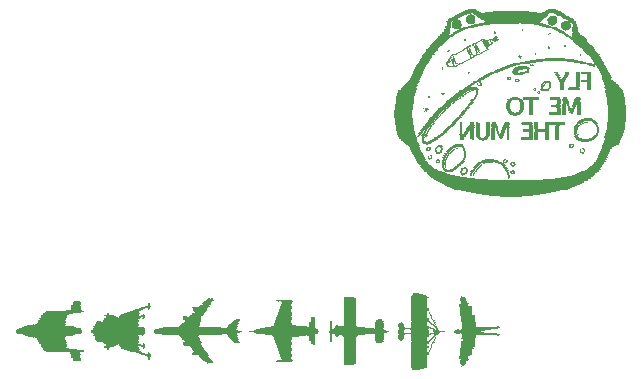
<source format=gbo>
G75*
%MOIN*%
%OFA0B0*%
%FSLAX25Y25*%
%IPPOS*%
%LPD*%
%AMOC8*
5,1,8,0,0,1.08239X$1,22.5*
%
%ADD10R,0.02700X0.00300*%
%ADD11R,0.03900X0.00300*%
%ADD12R,0.05100X0.00300*%
%ADD13R,0.00300X0.00300*%
%ADD14R,0.05400X0.00300*%
%ADD15R,0.00600X0.00300*%
%ADD16R,0.01200X0.00300*%
%ADD17R,0.03300X0.00300*%
%ADD18R,0.01800X0.00300*%
%ADD19R,0.04200X0.00300*%
%ADD20R,0.02100X0.00300*%
%ADD21R,0.02400X0.00300*%
%ADD22R,0.03000X0.00300*%
%ADD23R,0.03600X0.00300*%
%ADD24R,0.00900X0.00300*%
%ADD25R,0.01500X0.00300*%
%ADD26R,0.05700X0.00300*%
%ADD27R,0.04800X0.00300*%
%ADD28R,0.12600X0.00300*%
%ADD29R,0.04500X0.00300*%
%ADD30R,0.13200X0.00300*%
%ADD31R,0.11400X0.00300*%
%ADD32R,0.06000X0.00300*%
%ADD33R,0.08400X0.00300*%
%ADD34R,0.08100X0.00300*%
%ADD35R,0.06300X0.00300*%
%ADD36R,0.08700X0.00300*%
%ADD37R,0.07200X0.00300*%
%ADD38R,0.09000X0.00300*%
%ADD39R,0.11700X0.00300*%
%ADD40R,0.09300X0.00300*%
%ADD41R,0.13800X0.00300*%
%ADD42R,0.14100X0.00300*%
%ADD43R,0.14400X0.00300*%
%ADD44R,0.09600X0.00300*%
%ADD45R,0.14700X0.00300*%
%ADD46R,0.10200X0.00300*%
%ADD47R,0.11100X0.00300*%
%ADD48R,0.06600X0.00300*%
%ADD49R,0.15000X0.00300*%
%ADD50R,0.16200X0.00300*%
%ADD51R,0.06900X0.00300*%
%ADD52R,0.16500X0.00300*%
%ADD53R,0.19800X0.00300*%
%ADD54R,0.16800X0.00300*%
%ADD55R,0.17400X0.00300*%
%ADD56R,0.09900X0.00300*%
%ADD57R,0.18300X0.00300*%
%ADD58R,0.26100X0.00300*%
%ADD59R,0.18900X0.00300*%
%ADD60R,0.18000X0.00300*%
%ADD61R,0.20400X0.00300*%
%ADD62R,0.27000X0.00300*%
%ADD63R,0.21600X0.00300*%
%ADD64R,0.19200X0.00300*%
%ADD65R,0.28500X0.00300*%
%ADD66R,0.17700X0.00300*%
%ADD67R,0.22200X0.00300*%
%ADD68R,0.20100X0.00300*%
%ADD69R,0.23100X0.00300*%
%ADD70R,0.29100X0.00300*%
%ADD71R,0.27900X0.00300*%
%ADD72R,0.12000X0.00300*%
%ADD73R,0.18600X0.00300*%
%ADD74R,0.20700X0.00300*%
%ADD75R,0.19500X0.00300*%
%ADD76R,0.07500X0.00300*%
%ADD77R,0.12900X0.00300*%
%ADD78R,0.12300X0.00300*%
%ADD79R,0.23400X0.00300*%
%ADD80R,0.26700X0.00300*%
%ADD81R,0.30000X0.00300*%
%ADD82R,0.33000X0.00300*%
%ADD83R,0.35700X0.00300*%
%ADD84R,0.37800X0.00300*%
%ADD85R,0.39600X0.00300*%
%ADD86R,0.40800X0.00300*%
%ADD87R,0.42600X0.00300*%
%ADD88R,0.43800X0.00300*%
%ADD89R,0.45300X0.00300*%
%ADD90R,0.46500X0.00300*%
%ADD91R,0.47700X0.00300*%
%ADD92R,0.48600X0.00300*%
%ADD93R,0.49500X0.00300*%
%ADD94R,0.50700X0.00300*%
%ADD95R,0.21000X0.00300*%
%ADD96R,0.22500X0.00300*%
%ADD97R,0.23700X0.00300*%
%ADD98R,0.24600X0.00300*%
%ADD99R,0.25200X0.00300*%
%ADD100R,0.17100X0.00300*%
D10*
X0132000Y0117533D03*
X0132000Y0117833D03*
X0132000Y0135833D03*
X0132000Y0136133D03*
X0175200Y0135833D03*
X0175500Y0136433D03*
X0175800Y0136733D03*
X0184500Y0129233D03*
X0184500Y0124433D03*
X0176100Y0116633D03*
X0175800Y0116933D03*
X0175500Y0117233D03*
X0232800Y0123833D03*
X0232800Y0125933D03*
X0232800Y0127733D03*
X0232800Y0129833D03*
X0245100Y0114233D03*
X0261300Y0117533D03*
X0261300Y0136133D03*
X0255900Y0180233D03*
X0259200Y0188933D03*
X0263100Y0194333D03*
X0267300Y0190733D03*
X0255300Y0202133D03*
X0255000Y0201833D03*
X0259500Y0205733D03*
X0259800Y0206033D03*
X0260400Y0206333D03*
X0260700Y0206633D03*
X0275100Y0214733D03*
X0276000Y0215033D03*
X0288600Y0209633D03*
X0293700Y0210833D03*
X0303300Y0215633D03*
X0307500Y0214133D03*
X0307800Y0213533D03*
X0308100Y0212933D03*
X0298500Y0225833D03*
X0294900Y0227633D03*
X0294600Y0231833D03*
X0290400Y0229433D03*
X0289800Y0228233D03*
X0263700Y0233933D03*
X0258900Y0231833D03*
X0258300Y0231533D03*
X0257700Y0231233D03*
X0258600Y0230033D03*
X0261900Y0227933D03*
X0255000Y0226133D03*
X0301500Y0190133D03*
D11*
X0302100Y0197333D03*
X0309000Y0188333D03*
X0305100Y0181733D03*
X0304800Y0181433D03*
X0304500Y0181133D03*
X0291300Y0199133D03*
X0291300Y0199433D03*
X0291300Y0199733D03*
X0297600Y0207533D03*
X0297600Y0207833D03*
X0309600Y0209633D03*
X0304200Y0218933D03*
X0303900Y0219233D03*
X0303600Y0219533D03*
X0303300Y0219833D03*
X0299100Y0224933D03*
X0290400Y0233633D03*
X0279300Y0215933D03*
X0278100Y0199433D03*
X0282000Y0196133D03*
X0282000Y0191333D03*
X0282000Y0191033D03*
X0282000Y0190733D03*
X0263400Y0208133D03*
X0249300Y0219233D03*
X0250200Y0220433D03*
X0250500Y0220733D03*
X0251700Y0222233D03*
X0252000Y0222533D03*
X0252300Y0222833D03*
X0252600Y0223133D03*
X0252900Y0223433D03*
X0261300Y0232733D03*
X0263400Y0233633D03*
X0244200Y0209933D03*
X0243900Y0209633D03*
X0243900Y0188933D03*
X0244200Y0188633D03*
X0248400Y0181733D03*
X0248700Y0181433D03*
X0201900Y0136733D03*
X0201600Y0134933D03*
X0201600Y0134633D03*
X0201600Y0134333D03*
X0201600Y0119033D03*
X0201600Y0118733D03*
X0201600Y0118433D03*
X0172800Y0120533D03*
X0172500Y0120833D03*
X0172500Y0132833D03*
X0173100Y0133433D03*
X0245700Y0114533D03*
X0252600Y0126833D03*
X0261600Y0134033D03*
X0261600Y0134333D03*
X0261600Y0134633D03*
X0261600Y0134933D03*
X0261600Y0119333D03*
X0261600Y0119033D03*
D12*
X0246000Y0114833D03*
X0222900Y0125333D03*
X0201300Y0116933D03*
X0201000Y0122333D03*
X0201000Y0122633D03*
X0201000Y0122933D03*
X0201000Y0130733D03*
X0201000Y0131033D03*
X0201000Y0131333D03*
X0173100Y0134633D03*
X0173100Y0119333D03*
X0173100Y0119033D03*
X0150300Y0120833D03*
X0150300Y0132833D03*
X0130800Y0119933D03*
X0242700Y0207833D03*
X0269700Y0183833D03*
X0250500Y0180233D03*
X0280200Y0214433D03*
X0282300Y0216533D03*
X0302100Y0197033D03*
X0310200Y0189833D03*
X0309900Y0189233D03*
X0303300Y0180233D03*
X0310500Y0208133D03*
D13*
X0299400Y0213233D03*
X0296100Y0213233D03*
X0295200Y0213233D03*
X0300000Y0218633D03*
X0300000Y0218933D03*
X0294900Y0227033D03*
X0289500Y0225833D03*
X0289200Y0221633D03*
X0285000Y0219533D03*
X0285000Y0219233D03*
X0284100Y0215633D03*
X0283200Y0215633D03*
X0279900Y0217733D03*
X0279600Y0218633D03*
X0280800Y0227033D03*
X0280800Y0227333D03*
X0271500Y0226733D03*
X0270000Y0223733D03*
X0270000Y0223433D03*
X0265200Y0221933D03*
X0264900Y0222533D03*
X0264300Y0221933D03*
X0263100Y0221033D03*
X0262800Y0221333D03*
X0262200Y0220733D03*
X0263700Y0219533D03*
X0264000Y0218933D03*
X0263400Y0218633D03*
X0263400Y0218333D03*
X0263100Y0218933D03*
X0265200Y0220133D03*
X0265500Y0219533D03*
X0266100Y0220133D03*
X0266400Y0219833D03*
X0262800Y0212633D03*
X0265800Y0209333D03*
X0265800Y0209033D03*
X0260100Y0204833D03*
X0259200Y0204233D03*
X0258000Y0203333D03*
X0256800Y0202433D03*
X0253500Y0199133D03*
X0253200Y0198833D03*
X0252900Y0198533D03*
X0252600Y0198233D03*
X0251700Y0197033D03*
X0251400Y0196733D03*
X0251100Y0196433D03*
X0250500Y0195533D03*
X0250200Y0195233D03*
X0249900Y0194633D03*
X0249300Y0193733D03*
X0249000Y0193133D03*
X0248700Y0192533D03*
X0248400Y0191933D03*
X0248100Y0191333D03*
X0251700Y0187433D03*
X0250200Y0185033D03*
X0250200Y0184733D03*
X0249600Y0184133D03*
X0249300Y0184733D03*
X0249300Y0185033D03*
X0252000Y0183533D03*
X0252000Y0183233D03*
X0252900Y0183233D03*
X0252900Y0183533D03*
X0255000Y0183533D03*
X0255300Y0184433D03*
X0255600Y0185033D03*
X0255900Y0185633D03*
X0256200Y0185933D03*
X0255000Y0182033D03*
X0255000Y0181733D03*
X0255000Y0181433D03*
X0260700Y0178733D03*
X0264300Y0178733D03*
X0264300Y0179033D03*
X0264600Y0179633D03*
X0264900Y0179933D03*
X0265200Y0180533D03*
X0267000Y0182333D03*
X0274200Y0183533D03*
X0276600Y0179933D03*
X0276000Y0177833D03*
X0296400Y0188933D03*
X0297600Y0188933D03*
X0297600Y0188633D03*
X0300000Y0187433D03*
X0300000Y0187133D03*
X0300000Y0186833D03*
X0301200Y0186833D03*
X0301200Y0187133D03*
X0299100Y0192233D03*
X0298800Y0192833D03*
X0298800Y0193133D03*
X0298800Y0193433D03*
X0298800Y0193733D03*
X0299400Y0195233D03*
X0299700Y0195533D03*
X0286200Y0206333D03*
X0285600Y0206333D03*
X0285000Y0207533D03*
X0284400Y0207533D03*
X0287700Y0208433D03*
X0288000Y0209033D03*
X0288300Y0209333D03*
X0278400Y0210533D03*
X0276600Y0211133D03*
X0258300Y0216533D03*
X0257700Y0215633D03*
X0257400Y0215933D03*
X0257700Y0218033D03*
X0257700Y0218333D03*
X0256800Y0218333D03*
X0254100Y0214733D03*
X0254100Y0214433D03*
X0254100Y0214133D03*
X0248400Y0201233D03*
X0247800Y0200933D03*
X0248100Y0200033D03*
X0248700Y0200033D03*
X0260400Y0138533D03*
X0250500Y0131633D03*
X0250500Y0131333D03*
X0250500Y0131033D03*
X0250800Y0130733D03*
X0251100Y0130133D03*
X0251400Y0129533D03*
X0251700Y0129233D03*
X0251700Y0128933D03*
X0252000Y0128333D03*
X0251700Y0124733D03*
X0251700Y0124433D03*
X0251400Y0124133D03*
X0251400Y0123833D03*
X0251100Y0123533D03*
X0250800Y0122933D03*
X0250800Y0122633D03*
X0250500Y0122333D03*
X0250500Y0122033D03*
X0250200Y0121733D03*
X0250200Y0121433D03*
X0249900Y0121133D03*
X0249900Y0120833D03*
X0249600Y0120533D03*
X0249600Y0120233D03*
X0250200Y0131933D03*
X0249900Y0132533D03*
X0249600Y0132833D03*
X0249600Y0133133D03*
X0240300Y0129833D03*
X0260400Y0115133D03*
X0199500Y0136733D03*
X0175800Y0116033D03*
X0156000Y0119633D03*
X0154200Y0121133D03*
X0154200Y0122633D03*
X0153900Y0125333D03*
X0154200Y0132533D03*
X0156000Y0134033D03*
X0117600Y0128933D03*
X0117600Y0124733D03*
D14*
X0130950Y0133733D03*
X0170250Y0129833D03*
X0170550Y0130133D03*
X0170550Y0130433D03*
X0170250Y0123833D03*
X0170550Y0123533D03*
X0200850Y0123533D03*
X0200850Y0123233D03*
X0200850Y0123833D03*
X0200850Y0129833D03*
X0200850Y0130133D03*
X0200850Y0130433D03*
X0201150Y0137033D03*
X0201150Y0116633D03*
X0246150Y0116633D03*
X0246150Y0116333D03*
X0246150Y0116033D03*
X0246150Y0115733D03*
X0246150Y0115433D03*
X0246150Y0115133D03*
X0246150Y0116933D03*
X0246150Y0117233D03*
X0246150Y0117533D03*
X0246150Y0117833D03*
X0246150Y0118133D03*
X0246150Y0118433D03*
X0246150Y0118733D03*
X0246150Y0119933D03*
X0246150Y0120233D03*
X0246150Y0120533D03*
X0246150Y0120833D03*
X0246150Y0121133D03*
X0246150Y0122033D03*
X0246150Y0122333D03*
X0246150Y0123833D03*
X0246150Y0124133D03*
X0246150Y0124433D03*
X0246150Y0124733D03*
X0246150Y0128633D03*
X0246150Y0128933D03*
X0246150Y0129233D03*
X0246150Y0129533D03*
X0246150Y0129833D03*
X0246150Y0131333D03*
X0246150Y0131633D03*
X0246150Y0131933D03*
X0246150Y0132233D03*
X0246150Y0132533D03*
X0246150Y0132833D03*
X0246150Y0133133D03*
X0246150Y0133433D03*
X0246150Y0134633D03*
X0246150Y0134933D03*
X0246150Y0135233D03*
X0246150Y0135533D03*
X0246150Y0135833D03*
X0246150Y0136133D03*
X0246150Y0136433D03*
X0246150Y0136733D03*
X0246150Y0137033D03*
X0246150Y0137333D03*
X0246150Y0137633D03*
X0246150Y0138233D03*
X0246150Y0138533D03*
X0250950Y0179933D03*
X0242850Y0190433D03*
X0242550Y0190733D03*
X0242250Y0207233D03*
X0242550Y0207533D03*
X0263250Y0207533D03*
X0283350Y0204833D03*
X0283350Y0204533D03*
X0283350Y0204233D03*
X0298050Y0216833D03*
X0299250Y0224033D03*
X0298950Y0224333D03*
X0298650Y0224633D03*
X0290550Y0233333D03*
X0267150Y0229133D03*
X0263250Y0233333D03*
X0310650Y0207833D03*
X0310950Y0207533D03*
X0310950Y0191933D03*
X0310650Y0191033D03*
X0310650Y0190733D03*
X0310350Y0190433D03*
X0310350Y0190133D03*
X0310050Y0189533D03*
X0302850Y0179933D03*
D15*
X0301050Y0187433D03*
X0297450Y0188333D03*
X0296250Y0188333D03*
X0296250Y0188633D03*
X0298950Y0192533D03*
X0300150Y0195833D03*
X0300750Y0196133D03*
X0295950Y0201833D03*
X0289650Y0208133D03*
X0286950Y0208433D03*
X0286050Y0206633D03*
X0279450Y0210533D03*
X0275550Y0211133D03*
X0279750Y0218033D03*
X0270450Y0222833D03*
X0270450Y0223133D03*
X0270150Y0222533D03*
X0268950Y0220733D03*
X0268350Y0220433D03*
X0267750Y0220133D03*
X0267150Y0219833D03*
X0266550Y0219533D03*
X0265950Y0220433D03*
X0265350Y0219833D03*
X0265050Y0220433D03*
X0263850Y0219233D03*
X0262950Y0219233D03*
X0262950Y0220733D03*
X0262050Y0221333D03*
X0261150Y0220733D03*
X0260550Y0220433D03*
X0259950Y0220133D03*
X0259350Y0219833D03*
X0258750Y0219533D03*
X0257550Y0217733D03*
X0256650Y0218033D03*
X0256050Y0217433D03*
X0256050Y0217133D03*
X0255450Y0216233D03*
X0257250Y0216233D03*
X0257250Y0216533D03*
X0258450Y0216233D03*
X0258750Y0215933D03*
X0258750Y0215333D03*
X0257850Y0215333D03*
X0259650Y0215933D03*
X0260250Y0216233D03*
X0260850Y0216533D03*
X0261450Y0216833D03*
X0262050Y0217133D03*
X0262650Y0217433D03*
X0263250Y0217733D03*
X0264450Y0218333D03*
X0262650Y0212933D03*
X0266850Y0209333D03*
X0266850Y0209033D03*
X0264150Y0207233D03*
X0263550Y0206933D03*
X0262950Y0206633D03*
X0262350Y0206333D03*
X0261750Y0206033D03*
X0261450Y0205733D03*
X0260850Y0205433D03*
X0260550Y0205133D03*
X0259650Y0204533D03*
X0258750Y0203933D03*
X0258450Y0203633D03*
X0257550Y0203033D03*
X0257250Y0202733D03*
X0255750Y0201533D03*
X0255450Y0201233D03*
X0255150Y0200933D03*
X0254850Y0200633D03*
X0254550Y0200333D03*
X0254250Y0200033D03*
X0253950Y0199733D03*
X0253650Y0199433D03*
X0252450Y0197933D03*
X0252150Y0197633D03*
X0251850Y0197333D03*
X0250950Y0196133D03*
X0250650Y0195833D03*
X0250050Y0194933D03*
X0249750Y0194333D03*
X0249450Y0194033D03*
X0249150Y0193433D03*
X0248850Y0192833D03*
X0248550Y0192233D03*
X0248250Y0191633D03*
X0247350Y0190433D03*
X0245850Y0191633D03*
X0248850Y0187733D03*
X0248850Y0187433D03*
X0249750Y0187433D03*
X0249750Y0187733D03*
X0251550Y0187133D03*
X0251850Y0186833D03*
X0251850Y0187733D03*
X0253650Y0187733D03*
X0253650Y0187433D03*
X0256650Y0186533D03*
X0256950Y0186833D03*
X0257250Y0187133D03*
X0257850Y0187433D03*
X0252450Y0184133D03*
X0259950Y0180233D03*
X0259950Y0179933D03*
X0259950Y0179633D03*
X0260250Y0180533D03*
X0261750Y0179633D03*
X0262050Y0179933D03*
X0262050Y0180233D03*
X0262050Y0180533D03*
X0263250Y0178733D03*
X0264450Y0179333D03*
X0265050Y0180233D03*
X0265350Y0180833D03*
X0265650Y0181133D03*
X0265950Y0181433D03*
X0266250Y0181733D03*
X0266550Y0182033D03*
X0274350Y0183833D03*
X0275250Y0183833D03*
X0275250Y0183533D03*
X0276750Y0182633D03*
X0276750Y0182333D03*
X0277350Y0181733D03*
X0277950Y0182333D03*
X0277650Y0182633D03*
X0277650Y0179933D03*
X0277650Y0179633D03*
X0276750Y0179633D03*
X0253950Y0205733D03*
X0249450Y0205133D03*
X0249450Y0204833D03*
X0255750Y0220133D03*
X0261450Y0223733D03*
X0261450Y0224033D03*
X0264150Y0222533D03*
X0265050Y0222233D03*
X0266550Y0223733D03*
X0271650Y0224933D03*
X0271350Y0226133D03*
X0263250Y0232433D03*
X0289950Y0234233D03*
X0289650Y0226133D03*
X0289350Y0221033D03*
X0294750Y0221633D03*
X0294750Y0221933D03*
X0260550Y0138233D03*
X0250050Y0132233D03*
X0250950Y0130433D03*
X0251250Y0129833D03*
X0250650Y0128933D03*
X0250950Y0128633D03*
X0251250Y0128333D03*
X0250950Y0127433D03*
X0250350Y0129233D03*
X0250050Y0129533D03*
X0249750Y0129833D03*
X0251250Y0125333D03*
X0250950Y0125033D03*
X0250650Y0124733D03*
X0250350Y0124433D03*
X0250050Y0124133D03*
X0249750Y0123833D03*
X0250950Y0123233D03*
X0240150Y0123833D03*
X0218550Y0125033D03*
X0216750Y0125033D03*
X0216750Y0124733D03*
X0216750Y0124433D03*
X0216750Y0124133D03*
X0216750Y0123833D03*
X0216750Y0123533D03*
X0216750Y0125333D03*
X0216750Y0125633D03*
X0216750Y0125933D03*
X0216750Y0127733D03*
X0216750Y0128033D03*
X0216750Y0128333D03*
X0216750Y0128633D03*
X0216750Y0128933D03*
X0216750Y0129233D03*
X0216750Y0129533D03*
X0216750Y0129833D03*
X0216750Y0130133D03*
X0218550Y0128633D03*
X0177150Y0137633D03*
X0175950Y0137633D03*
X0156150Y0136133D03*
X0156150Y0134333D03*
X0154050Y0131033D03*
X0142350Y0132533D03*
X0142350Y0132833D03*
X0142350Y0120833D03*
X0156150Y0117533D03*
X0127650Y0119933D03*
X0260550Y0115433D03*
D16*
X0260550Y0115733D03*
X0251850Y0125633D03*
X0250350Y0125933D03*
X0250350Y0127733D03*
X0240150Y0129533D03*
X0240150Y0124133D03*
X0232950Y0122933D03*
X0232950Y0130733D03*
X0210750Y0131033D03*
X0210750Y0131333D03*
X0210750Y0122933D03*
X0210750Y0122633D03*
X0185550Y0130733D03*
X0168150Y0131633D03*
X0154050Y0131933D03*
X0154050Y0121733D03*
X0249150Y0187133D03*
X0249450Y0188033D03*
X0247650Y0190133D03*
X0247350Y0191933D03*
X0247650Y0192533D03*
X0246750Y0193133D03*
X0246450Y0192833D03*
X0247050Y0193733D03*
X0253350Y0192233D03*
X0254550Y0193133D03*
X0254850Y0193433D03*
X0255150Y0193733D03*
X0255450Y0194033D03*
X0255750Y0194333D03*
X0256050Y0194633D03*
X0256350Y0194933D03*
X0256650Y0195233D03*
X0256950Y0195533D03*
X0257250Y0195833D03*
X0257550Y0196133D03*
X0257850Y0196433D03*
X0258150Y0196733D03*
X0258450Y0197033D03*
X0258750Y0197333D03*
X0259050Y0197633D03*
X0259350Y0197933D03*
X0259650Y0198233D03*
X0259950Y0198833D03*
X0260250Y0199133D03*
X0260550Y0199433D03*
X0260850Y0199733D03*
X0261150Y0200033D03*
X0261450Y0200333D03*
X0262050Y0201233D03*
X0262350Y0201533D03*
X0262950Y0202433D03*
X0263250Y0202733D03*
X0263550Y0203033D03*
X0263850Y0203633D03*
X0264150Y0203933D03*
X0266250Y0208733D03*
X0263850Y0218033D03*
X0264750Y0218633D03*
X0265650Y0218933D03*
X0264750Y0222833D03*
X0262650Y0221633D03*
X0261750Y0221033D03*
X0257550Y0218933D03*
X0257550Y0216833D03*
X0256050Y0216833D03*
X0255750Y0216533D03*
X0253950Y0206033D03*
X0248550Y0200633D03*
X0253050Y0188633D03*
X0252450Y0186233D03*
X0252450Y0183833D03*
X0249750Y0184433D03*
X0255150Y0185933D03*
X0255750Y0186833D03*
X0256050Y0187133D03*
X0256350Y0187433D03*
X0258750Y0181733D03*
X0259950Y0182633D03*
X0260250Y0183233D03*
X0260550Y0183533D03*
X0264150Y0180533D03*
X0263850Y0179933D03*
X0264750Y0181433D03*
X0265050Y0181733D03*
X0265350Y0182033D03*
X0265650Y0182333D03*
X0268650Y0182933D03*
X0274650Y0181433D03*
X0274950Y0181133D03*
X0275250Y0180533D03*
X0277350Y0179333D03*
X0277350Y0182033D03*
X0277350Y0182933D03*
X0270750Y0190733D03*
X0270750Y0191033D03*
X0270750Y0191333D03*
X0270750Y0191633D03*
X0270750Y0191933D03*
X0270750Y0192233D03*
X0270750Y0192533D03*
X0270750Y0192833D03*
X0270750Y0193133D03*
X0270750Y0193433D03*
X0270750Y0193733D03*
X0270750Y0194033D03*
X0270750Y0194333D03*
X0268950Y0194333D03*
X0268950Y0194033D03*
X0268950Y0193733D03*
X0268950Y0193433D03*
X0268950Y0193133D03*
X0268950Y0192833D03*
X0268950Y0192533D03*
X0268950Y0192233D03*
X0268950Y0191933D03*
X0268950Y0194633D03*
X0268950Y0194933D03*
X0268950Y0195233D03*
X0268950Y0195533D03*
X0268950Y0195833D03*
X0268950Y0196133D03*
X0268950Y0196433D03*
X0265650Y0196133D03*
X0265650Y0195833D03*
X0265650Y0195533D03*
X0265650Y0195233D03*
X0265650Y0194933D03*
X0265650Y0194633D03*
X0265650Y0194333D03*
X0265650Y0194033D03*
X0265650Y0193733D03*
X0265650Y0193433D03*
X0265650Y0193133D03*
X0265650Y0192833D03*
X0265650Y0192533D03*
X0265650Y0192233D03*
X0265650Y0191933D03*
X0265650Y0191633D03*
X0263850Y0191633D03*
X0263850Y0191333D03*
X0263850Y0191033D03*
X0263850Y0191933D03*
X0263850Y0192233D03*
X0263850Y0192533D03*
X0263850Y0192833D03*
X0263850Y0193133D03*
X0263850Y0193433D03*
X0263850Y0193733D03*
X0263850Y0194033D03*
X0262350Y0194033D03*
X0261750Y0193133D03*
X0260250Y0190733D03*
X0263850Y0196433D03*
X0273750Y0192833D03*
X0274050Y0193133D03*
X0274050Y0193433D03*
X0274050Y0193733D03*
X0274350Y0194033D03*
X0274350Y0194333D03*
X0275850Y0200933D03*
X0275850Y0201233D03*
X0275850Y0202733D03*
X0280050Y0203333D03*
X0280350Y0202733D03*
X0280350Y0202433D03*
X0280350Y0202133D03*
X0280350Y0201833D03*
X0280350Y0201533D03*
X0280350Y0201233D03*
X0283350Y0201233D03*
X0283350Y0200933D03*
X0283350Y0200633D03*
X0283350Y0200333D03*
X0283350Y0200033D03*
X0283350Y0199733D03*
X0283350Y0199433D03*
X0283350Y0199133D03*
X0283350Y0201533D03*
X0283350Y0201833D03*
X0283350Y0202133D03*
X0283350Y0202433D03*
X0283350Y0202733D03*
X0283350Y0203033D03*
X0283350Y0203333D03*
X0283350Y0203633D03*
X0283350Y0203933D03*
X0287250Y0208733D03*
X0288750Y0210233D03*
X0292050Y0212333D03*
X0292350Y0212033D03*
X0292650Y0211433D03*
X0291750Y0212933D03*
X0294450Y0211133D03*
X0295350Y0212633D03*
X0298950Y0212633D03*
X0298950Y0212333D03*
X0298950Y0212033D03*
X0298950Y0211733D03*
X0298950Y0211433D03*
X0298950Y0211133D03*
X0298950Y0210833D03*
X0298950Y0210533D03*
X0298950Y0210233D03*
X0298950Y0209933D03*
X0298950Y0209633D03*
X0298950Y0209333D03*
X0298950Y0209033D03*
X0298950Y0208733D03*
X0298950Y0208433D03*
X0298950Y0204833D03*
X0299250Y0202133D03*
X0299250Y0201833D03*
X0299250Y0201533D03*
X0299250Y0201233D03*
X0299250Y0200933D03*
X0299250Y0200633D03*
X0299250Y0200333D03*
X0299250Y0200033D03*
X0299250Y0199733D03*
X0299250Y0199433D03*
X0299250Y0199133D03*
X0296850Y0199733D03*
X0297450Y0201233D03*
X0297750Y0201833D03*
X0297750Y0202133D03*
X0294450Y0202133D03*
X0294450Y0201833D03*
X0294450Y0201533D03*
X0294450Y0201233D03*
X0294450Y0200933D03*
X0294450Y0200633D03*
X0294450Y0200333D03*
X0294450Y0200033D03*
X0294450Y0199733D03*
X0294450Y0199433D03*
X0294450Y0199133D03*
X0292650Y0200033D03*
X0292650Y0200333D03*
X0292650Y0200633D03*
X0292650Y0200933D03*
X0292650Y0201233D03*
X0292650Y0202733D03*
X0292650Y0203033D03*
X0292650Y0203333D03*
X0292650Y0203633D03*
X0292650Y0203933D03*
X0294450Y0202433D03*
X0293850Y0207533D03*
X0298950Y0212933D03*
X0302850Y0212333D03*
X0302850Y0212033D03*
X0302850Y0211733D03*
X0302850Y0211433D03*
X0302850Y0211133D03*
X0302850Y0210833D03*
X0302850Y0209633D03*
X0302850Y0209333D03*
X0302850Y0209033D03*
X0302850Y0208733D03*
X0302850Y0208433D03*
X0302850Y0208133D03*
X0302850Y0207833D03*
X0302850Y0207533D03*
X0301650Y0196433D03*
X0299250Y0196133D03*
X0298650Y0195533D03*
X0298350Y0194333D03*
X0298350Y0191633D03*
X0298650Y0191333D03*
X0297150Y0189233D03*
X0296850Y0188033D03*
X0300450Y0186533D03*
X0304350Y0191333D03*
X0304650Y0191633D03*
X0304950Y0191933D03*
X0304950Y0196133D03*
X0304650Y0196433D03*
X0292050Y0195233D03*
X0292050Y0194933D03*
X0292050Y0194633D03*
X0292050Y0194333D03*
X0292050Y0194033D03*
X0292050Y0193733D03*
X0292050Y0193433D03*
X0292050Y0193133D03*
X0292050Y0192833D03*
X0292050Y0192533D03*
X0292050Y0192233D03*
X0292050Y0191933D03*
X0292050Y0191633D03*
X0292050Y0191333D03*
X0292050Y0191033D03*
X0292050Y0190733D03*
X0288750Y0190733D03*
X0288750Y0191033D03*
X0288750Y0191333D03*
X0288750Y0191633D03*
X0288750Y0191933D03*
X0288750Y0192233D03*
X0288750Y0192533D03*
X0288750Y0192833D03*
X0288750Y0193133D03*
X0288750Y0194333D03*
X0288750Y0194633D03*
X0288750Y0194933D03*
X0288750Y0195233D03*
X0288750Y0195533D03*
X0285150Y0195533D03*
X0285150Y0195233D03*
X0285150Y0194933D03*
X0285150Y0194633D03*
X0285150Y0194333D03*
X0285150Y0193133D03*
X0285150Y0192833D03*
X0285150Y0192533D03*
X0285150Y0192233D03*
X0285150Y0191933D03*
X0285150Y0191633D03*
X0285150Y0191333D03*
X0285150Y0191033D03*
X0285150Y0190733D03*
X0283350Y0191633D03*
X0283350Y0191933D03*
X0283350Y0192233D03*
X0283350Y0192533D03*
X0283350Y0192833D03*
X0283350Y0194333D03*
X0283350Y0194633D03*
X0283350Y0194933D03*
X0283350Y0195233D03*
X0285150Y0195833D03*
X0285150Y0196133D03*
X0285150Y0196433D03*
X0278850Y0210233D03*
X0278850Y0210833D03*
X0277650Y0213233D03*
X0276150Y0211433D03*
X0276150Y0210833D03*
X0279750Y0218333D03*
X0283650Y0215333D03*
X0271650Y0224633D03*
X0267450Y0224033D03*
X0263850Y0234233D03*
X0260550Y0137933D03*
D17*
X0222600Y0115733D03*
X0201900Y0117233D03*
X0201900Y0117533D03*
X0201900Y0136133D03*
X0201900Y0136433D03*
X0183900Y0128333D03*
X0183900Y0125333D03*
X0174300Y0118733D03*
X0174300Y0134933D03*
X0174600Y0135233D03*
X0155100Y0119033D03*
X0142800Y0121733D03*
X0142800Y0131933D03*
X0131700Y0134633D03*
X0131700Y0134933D03*
X0131400Y0119333D03*
X0131700Y0119033D03*
X0246000Y0185033D03*
X0246000Y0185333D03*
X0245700Y0185633D03*
X0245700Y0185933D03*
X0245400Y0186233D03*
X0245400Y0186533D03*
X0245100Y0186833D03*
X0245100Y0187133D03*
X0244800Y0187433D03*
X0244800Y0187733D03*
X0246300Y0184733D03*
X0246300Y0184433D03*
X0246600Y0184133D03*
X0246900Y0183533D03*
X0247200Y0182933D03*
X0247500Y0182633D03*
X0247800Y0182333D03*
X0248700Y0189833D03*
X0267300Y0191033D03*
X0278100Y0199133D03*
X0278100Y0204533D03*
X0279000Y0214133D03*
X0278100Y0215633D03*
X0270900Y0224033D03*
X0264000Y0228533D03*
X0260400Y0232433D03*
X0258600Y0229133D03*
X0258600Y0228833D03*
X0247200Y0215933D03*
X0245700Y0212933D03*
X0245400Y0212333D03*
X0245100Y0211733D03*
X0244800Y0211133D03*
X0244800Y0210833D03*
X0244500Y0210533D03*
X0257100Y0215033D03*
X0282300Y0194033D03*
X0282300Y0193733D03*
X0282300Y0193433D03*
X0291600Y0201833D03*
X0291600Y0202133D03*
X0301800Y0209933D03*
X0301800Y0210233D03*
X0301800Y0210533D03*
X0301200Y0216233D03*
X0305100Y0217733D03*
X0305400Y0217433D03*
X0305700Y0216833D03*
X0306000Y0216533D03*
X0308700Y0211433D03*
X0309000Y0210533D03*
X0298800Y0225533D03*
X0294900Y0228233D03*
X0294900Y0228533D03*
X0294900Y0228833D03*
X0294900Y0229133D03*
X0290400Y0230333D03*
X0290400Y0230633D03*
X0287700Y0228833D03*
X0308100Y0186833D03*
X0307800Y0186233D03*
X0307800Y0185933D03*
X0307500Y0185333D03*
X0307200Y0184733D03*
X0306900Y0184133D03*
X0306600Y0183533D03*
X0306000Y0182633D03*
X0305700Y0182333D03*
X0305400Y0182033D03*
D18*
X0303750Y0191033D03*
X0299250Y0191033D03*
X0299550Y0196433D03*
X0300150Y0196733D03*
X0296850Y0200333D03*
X0296850Y0200633D03*
X0294750Y0203633D03*
X0294750Y0203933D03*
X0294750Y0204233D03*
X0298950Y0204233D03*
X0298950Y0204533D03*
X0293850Y0210233D03*
X0303750Y0215333D03*
X0298050Y0226733D03*
X0298050Y0227033D03*
X0298050Y0227333D03*
X0298050Y0227633D03*
X0298050Y0227933D03*
X0295050Y0227333D03*
X0293850Y0226433D03*
X0293250Y0226733D03*
X0292650Y0227033D03*
X0290550Y0231833D03*
X0281550Y0213233D03*
X0277950Y0212933D03*
X0277950Y0213533D03*
X0276450Y0203933D03*
X0276750Y0199733D03*
X0279450Y0199733D03*
X0275250Y0196133D03*
X0275250Y0195833D03*
X0271050Y0195833D03*
X0271050Y0195533D03*
X0271050Y0195233D03*
X0263550Y0195533D03*
X0260550Y0191633D03*
X0257250Y0188033D03*
X0255750Y0186233D03*
X0255150Y0185333D03*
X0254850Y0184733D03*
X0251250Y0190733D03*
X0250650Y0190433D03*
X0250050Y0190133D03*
X0252150Y0191333D03*
X0248250Y0194633D03*
X0249150Y0195833D03*
X0250050Y0197033D03*
X0250350Y0197333D03*
X0251250Y0198533D03*
X0251550Y0198833D03*
X0251850Y0199133D03*
X0252150Y0199433D03*
X0252450Y0199733D03*
X0265050Y0209933D03*
X0265650Y0210233D03*
X0266550Y0210833D03*
X0267150Y0211133D03*
X0267750Y0211433D03*
X0268350Y0211733D03*
X0268650Y0222533D03*
X0268350Y0222833D03*
X0268350Y0223133D03*
X0268050Y0223433D03*
X0271350Y0223733D03*
X0263250Y0229433D03*
X0263250Y0232133D03*
X0259650Y0227033D03*
X0259050Y0226733D03*
X0258450Y0226433D03*
X0258750Y0227633D03*
X0255750Y0227933D03*
X0255750Y0228233D03*
X0255750Y0228533D03*
X0255450Y0227333D03*
X0255450Y0227033D03*
X0256050Y0230033D03*
X0266550Y0182933D03*
X0261150Y0181133D03*
X0272850Y0182933D03*
X0273450Y0182633D03*
X0260850Y0137633D03*
X0260850Y0137333D03*
X0260850Y0137033D03*
X0251850Y0127133D03*
X0240150Y0126833D03*
X0240150Y0126533D03*
X0240150Y0126233D03*
X0240150Y0125333D03*
X0240150Y0125033D03*
X0240150Y0124733D03*
X0240150Y0124433D03*
X0240150Y0128333D03*
X0240150Y0128633D03*
X0240150Y0128933D03*
X0240150Y0129233D03*
X0260850Y0116633D03*
X0260850Y0116333D03*
X0260850Y0116033D03*
X0210450Y0123833D03*
X0210450Y0124133D03*
X0210450Y0124433D03*
X0210450Y0129233D03*
X0210450Y0129533D03*
X0210450Y0129833D03*
X0185250Y0130433D03*
X0184950Y0130133D03*
X0184950Y0123533D03*
X0185250Y0123233D03*
X0142050Y0121433D03*
X0132150Y0116933D03*
X0132150Y0136733D03*
D19*
X0143550Y0131333D03*
X0150750Y0133133D03*
X0150750Y0120533D03*
X0143550Y0122333D03*
X0171750Y0121733D03*
X0172050Y0121433D03*
X0172350Y0121133D03*
X0172950Y0119933D03*
X0171450Y0131633D03*
X0171750Y0131933D03*
X0172050Y0132233D03*
X0172350Y0132533D03*
X0201450Y0133433D03*
X0201450Y0133733D03*
X0201450Y0134033D03*
X0201450Y0120233D03*
X0201450Y0119933D03*
X0201450Y0119633D03*
X0201450Y0119333D03*
X0223050Y0119333D03*
X0223050Y0119033D03*
X0223050Y0118733D03*
X0223050Y0118433D03*
X0223050Y0118133D03*
X0223050Y0117833D03*
X0223050Y0117533D03*
X0223050Y0117233D03*
X0223050Y0116933D03*
X0223050Y0116633D03*
X0223050Y0116333D03*
X0223050Y0116033D03*
X0223050Y0119633D03*
X0223050Y0119933D03*
X0223050Y0120233D03*
X0223050Y0120533D03*
X0223050Y0120833D03*
X0223050Y0121133D03*
X0223050Y0121433D03*
X0223050Y0121733D03*
X0223050Y0122033D03*
X0223050Y0122333D03*
X0223050Y0122633D03*
X0223050Y0122933D03*
X0223050Y0123233D03*
X0223050Y0123533D03*
X0223050Y0123833D03*
X0223050Y0124133D03*
X0223050Y0124433D03*
X0223050Y0124733D03*
X0223050Y0128633D03*
X0223050Y0128933D03*
X0223050Y0129233D03*
X0223050Y0129533D03*
X0223050Y0129833D03*
X0223050Y0130133D03*
X0223050Y0130433D03*
X0223050Y0130733D03*
X0223050Y0131033D03*
X0223050Y0131333D03*
X0223050Y0131633D03*
X0223050Y0131933D03*
X0223050Y0132233D03*
X0223050Y0132533D03*
X0223050Y0132833D03*
X0223050Y0133133D03*
X0223050Y0133433D03*
X0223050Y0133733D03*
X0223050Y0134033D03*
X0223050Y0134333D03*
X0223050Y0134633D03*
X0223050Y0134933D03*
X0223050Y0135233D03*
X0223050Y0135533D03*
X0223050Y0135833D03*
X0223050Y0136133D03*
X0223050Y0136433D03*
X0223050Y0136733D03*
X0223050Y0137033D03*
X0223050Y0137333D03*
X0223050Y0137633D03*
X0261750Y0133733D03*
X0261750Y0133433D03*
X0261750Y0133133D03*
X0261750Y0132833D03*
X0261750Y0132533D03*
X0262650Y0124133D03*
X0262650Y0123833D03*
X0262050Y0121433D03*
X0261750Y0120833D03*
X0261750Y0120533D03*
X0261750Y0120233D03*
X0261750Y0119933D03*
X0261750Y0119633D03*
X0249150Y0181133D03*
X0243750Y0189233D03*
X0259050Y0188333D03*
X0277950Y0204233D03*
X0279450Y0212633D03*
X0286350Y0229133D03*
X0296250Y0230033D03*
X0302250Y0221033D03*
X0302550Y0220733D03*
X0302850Y0220433D03*
X0303150Y0220133D03*
X0299850Y0216533D03*
X0309750Y0209333D03*
X0265350Y0228833D03*
X0257550Y0230333D03*
X0254250Y0224633D03*
X0253950Y0224333D03*
X0253650Y0224033D03*
X0253350Y0223733D03*
X0243750Y0209333D03*
X0243450Y0209033D03*
D20*
X0252600Y0200033D03*
X0252900Y0200333D03*
X0253200Y0200633D03*
X0253500Y0200933D03*
X0253800Y0201233D03*
X0254100Y0201533D03*
X0255300Y0202433D03*
X0255600Y0202733D03*
X0255900Y0203033D03*
X0257100Y0203933D03*
X0251100Y0198233D03*
X0250800Y0197933D03*
X0250500Y0197633D03*
X0249900Y0196733D03*
X0249600Y0196433D03*
X0249300Y0196133D03*
X0249000Y0195533D03*
X0248700Y0195233D03*
X0248400Y0194933D03*
X0248100Y0194333D03*
X0247800Y0194033D03*
X0252900Y0188333D03*
X0252600Y0186533D03*
X0257400Y0180833D03*
X0261000Y0179333D03*
X0272400Y0183233D03*
X0273300Y0192233D03*
X0273300Y0192533D03*
X0271200Y0194633D03*
X0271200Y0194933D03*
X0275100Y0194933D03*
X0275100Y0195233D03*
X0275100Y0195533D03*
X0278100Y0204833D03*
X0280800Y0212933D03*
X0278400Y0213833D03*
X0272100Y0213533D03*
X0271500Y0213233D03*
X0270600Y0212933D03*
X0270000Y0212633D03*
X0269400Y0212333D03*
X0268800Y0212033D03*
X0268800Y0222233D03*
X0268200Y0223733D03*
X0260400Y0227333D03*
X0255300Y0226733D03*
X0263400Y0195233D03*
X0263400Y0194933D03*
X0260700Y0192233D03*
X0260700Y0191933D03*
X0288600Y0209933D03*
X0293700Y0210533D03*
X0294900Y0203333D03*
X0294900Y0203033D03*
X0294900Y0202733D03*
X0297000Y0200933D03*
X0298800Y0203333D03*
X0298800Y0203633D03*
X0298800Y0203933D03*
X0298200Y0226433D03*
X0296700Y0230333D03*
X0291900Y0227333D03*
X0291300Y0227633D03*
X0290400Y0229133D03*
X0261000Y0136733D03*
X0261000Y0136433D03*
X0252000Y0126533D03*
X0251700Y0126233D03*
X0240300Y0125633D03*
X0240000Y0127133D03*
X0240300Y0127433D03*
X0240300Y0128033D03*
X0232800Y0130433D03*
X0232800Y0123233D03*
X0245100Y0139433D03*
X0261000Y0116933D03*
X0210300Y0124733D03*
X0210300Y0125033D03*
X0210300Y0128333D03*
X0210300Y0128633D03*
X0210300Y0128933D03*
X0184800Y0129833D03*
X0184800Y0123833D03*
X0176400Y0116333D03*
X0155700Y0118733D03*
X0153600Y0119333D03*
X0152700Y0119633D03*
X0153600Y0134333D03*
X0155700Y0134933D03*
X0176400Y0137333D03*
D21*
X0176250Y0137033D03*
X0184650Y0129533D03*
X0184650Y0124133D03*
X0210150Y0125333D03*
X0232950Y0123533D03*
X0232950Y0130133D03*
X0261150Y0117233D03*
X0267150Y0183233D03*
X0260850Y0192533D03*
X0263250Y0194633D03*
X0256350Y0203333D03*
X0256650Y0203633D03*
X0257550Y0204233D03*
X0257850Y0204533D03*
X0258150Y0204833D03*
X0258750Y0205133D03*
X0259050Y0205433D03*
X0272850Y0213833D03*
X0273450Y0214133D03*
X0274350Y0214433D03*
X0288150Y0207233D03*
X0298650Y0203033D03*
X0298650Y0202733D03*
X0298650Y0202433D03*
X0302250Y0197633D03*
X0274950Y0194633D03*
X0248550Y0189533D03*
X0255150Y0226433D03*
X0258750Y0227933D03*
X0261150Y0227633D03*
X0263250Y0229733D03*
X0263250Y0231833D03*
X0257250Y0230933D03*
X0290250Y0233933D03*
X0290550Y0231533D03*
X0290550Y0227933D03*
X0295050Y0231533D03*
X0295350Y0231233D03*
X0295950Y0230933D03*
X0296250Y0230633D03*
X0298350Y0226133D03*
X0152850Y0134033D03*
X0151950Y0133733D03*
X0151950Y0119933D03*
X0132150Y0117233D03*
X0132150Y0136433D03*
D22*
X0131850Y0135533D03*
X0131850Y0135233D03*
X0131550Y0118733D03*
X0131850Y0118433D03*
X0131850Y0118133D03*
X0151350Y0120233D03*
X0151350Y0133433D03*
X0154950Y0134633D03*
X0174750Y0135533D03*
X0175350Y0136133D03*
X0184050Y0128633D03*
X0184350Y0128933D03*
X0184050Y0125033D03*
X0184350Y0124733D03*
X0175350Y0117533D03*
X0175050Y0117833D03*
X0174750Y0118133D03*
X0174450Y0118433D03*
X0232950Y0124133D03*
X0232950Y0124433D03*
X0232950Y0124733D03*
X0232950Y0125033D03*
X0232950Y0125333D03*
X0232950Y0125633D03*
X0232950Y0128033D03*
X0232950Y0128333D03*
X0232950Y0128633D03*
X0232950Y0128933D03*
X0232950Y0129233D03*
X0232950Y0129533D03*
X0261150Y0135233D03*
X0261150Y0135533D03*
X0261150Y0135833D03*
X0261150Y0118433D03*
X0261150Y0118133D03*
X0261150Y0117833D03*
X0269850Y0184133D03*
X0247050Y0183233D03*
X0246750Y0183833D03*
X0261150Y0206933D03*
X0261750Y0207233D03*
X0277050Y0215333D03*
X0280650Y0215033D03*
X0279450Y0212333D03*
X0288150Y0207533D03*
X0302250Y0215933D03*
X0305550Y0217133D03*
X0306150Y0216233D03*
X0306450Y0215933D03*
X0306450Y0215633D03*
X0306750Y0215333D03*
X0307050Y0215033D03*
X0307050Y0214733D03*
X0307350Y0214433D03*
X0307650Y0213833D03*
X0307950Y0213233D03*
X0308250Y0212633D03*
X0308250Y0212333D03*
X0308550Y0212033D03*
X0308550Y0211733D03*
X0308850Y0211133D03*
X0308850Y0210833D03*
X0295050Y0227933D03*
X0295050Y0229433D03*
X0293850Y0232133D03*
X0293250Y0232433D03*
X0290550Y0231233D03*
X0290550Y0230933D03*
X0290550Y0230033D03*
X0290550Y0229733D03*
X0288750Y0228533D03*
X0263250Y0230033D03*
X0263250Y0230333D03*
X0263250Y0230633D03*
X0263250Y0230933D03*
X0263250Y0231233D03*
X0263250Y0231533D03*
X0262950Y0228233D03*
X0258750Y0228233D03*
X0258750Y0228533D03*
X0258750Y0229433D03*
X0258750Y0229733D03*
X0259650Y0232133D03*
X0254850Y0225833D03*
X0308250Y0187433D03*
X0308250Y0187133D03*
X0307950Y0186533D03*
X0307650Y0185633D03*
X0307350Y0185033D03*
X0307050Y0184433D03*
X0306750Y0183833D03*
X0306450Y0183233D03*
X0306150Y0182933D03*
D23*
X0308550Y0187733D03*
X0308850Y0188033D03*
X0297750Y0208133D03*
X0291450Y0204833D03*
X0291450Y0204533D03*
X0291450Y0204233D03*
X0282150Y0196433D03*
X0282150Y0195833D03*
X0301650Y0212633D03*
X0301650Y0212933D03*
X0304950Y0218033D03*
X0304650Y0218333D03*
X0304350Y0218633D03*
X0298950Y0225233D03*
X0292650Y0232733D03*
X0309150Y0210233D03*
X0309450Y0209933D03*
X0259050Y0188633D03*
X0256050Y0180533D03*
X0248250Y0182033D03*
X0244650Y0188033D03*
X0244350Y0188333D03*
X0244350Y0210233D03*
X0244950Y0211433D03*
X0245250Y0212033D03*
X0245550Y0212633D03*
X0245850Y0213233D03*
X0245850Y0213533D03*
X0246150Y0213833D03*
X0246150Y0214133D03*
X0246450Y0214433D03*
X0246450Y0214733D03*
X0246750Y0215033D03*
X0246750Y0215333D03*
X0247050Y0215633D03*
X0247350Y0216233D03*
X0247650Y0216533D03*
X0247650Y0216833D03*
X0247950Y0217133D03*
X0247950Y0217433D03*
X0248250Y0217733D03*
X0248550Y0218033D03*
X0248550Y0218333D03*
X0248850Y0218633D03*
X0249150Y0218933D03*
X0249450Y0219533D03*
X0249750Y0219833D03*
X0250050Y0220133D03*
X0250650Y0221033D03*
X0250950Y0221333D03*
X0251250Y0221633D03*
X0251550Y0221933D03*
X0257250Y0230633D03*
X0245550Y0139133D03*
X0222750Y0137933D03*
X0201750Y0135833D03*
X0201750Y0135533D03*
X0201750Y0135233D03*
X0201750Y0118133D03*
X0201750Y0117833D03*
X0183750Y0125633D03*
X0183750Y0128033D03*
X0172950Y0133133D03*
X0172950Y0120233D03*
X0143250Y0122033D03*
X0143250Y0131633D03*
X0131550Y0134033D03*
X0131550Y0134333D03*
X0131250Y0119633D03*
X0261450Y0118733D03*
D24*
X0258900Y0127433D03*
X0252000Y0127433D03*
X0252000Y0127733D03*
X0251700Y0128033D03*
X0252000Y0125933D03*
X0272400Y0125333D03*
X0272400Y0128333D03*
X0276000Y0178133D03*
X0276000Y0178433D03*
X0276000Y0178733D03*
X0275700Y0179033D03*
X0275700Y0179333D03*
X0275700Y0179633D03*
X0275400Y0179933D03*
X0275400Y0180233D03*
X0275100Y0180833D03*
X0274500Y0181733D03*
X0274800Y0182933D03*
X0274800Y0184133D03*
X0277200Y0180533D03*
X0267600Y0182633D03*
X0264600Y0181133D03*
X0264300Y0180833D03*
X0264000Y0180233D03*
X0263700Y0179633D03*
X0263400Y0179333D03*
X0263400Y0179033D03*
X0261900Y0180833D03*
X0261300Y0181433D03*
X0260400Y0180833D03*
X0260100Y0182933D03*
X0260700Y0183833D03*
X0261000Y0184133D03*
X0261000Y0184433D03*
X0261300Y0184733D03*
X0261300Y0185033D03*
X0261300Y0185333D03*
X0261300Y0185633D03*
X0261300Y0185933D03*
X0261300Y0186233D03*
X0261300Y0186533D03*
X0261300Y0186833D03*
X0261000Y0187133D03*
X0261000Y0187433D03*
X0261000Y0187733D03*
X0260700Y0188033D03*
X0258600Y0187733D03*
X0255600Y0186533D03*
X0255000Y0185633D03*
X0254700Y0185033D03*
X0254400Y0184433D03*
X0254100Y0183533D03*
X0254100Y0182033D03*
X0254100Y0181733D03*
X0254100Y0181433D03*
X0254400Y0181133D03*
X0255900Y0179933D03*
X0252300Y0182933D03*
X0249900Y0185333D03*
X0252000Y0188033D03*
X0253500Y0188033D03*
X0253500Y0187133D03*
X0253200Y0186833D03*
X0248700Y0189233D03*
X0247200Y0190733D03*
X0247200Y0191033D03*
X0247200Y0191333D03*
X0247200Y0191633D03*
X0247500Y0192233D03*
X0247800Y0192833D03*
X0248100Y0193133D03*
X0248100Y0193433D03*
X0248400Y0193733D03*
X0246900Y0193433D03*
X0246300Y0192533D03*
X0246000Y0192233D03*
X0246000Y0191933D03*
X0248400Y0200333D03*
X0248700Y0200933D03*
X0259800Y0198533D03*
X0260100Y0196433D03*
X0260100Y0196133D03*
X0260100Y0195833D03*
X0260100Y0195533D03*
X0260100Y0195233D03*
X0260100Y0194933D03*
X0260100Y0194633D03*
X0260100Y0194333D03*
X0260100Y0194033D03*
X0260100Y0193733D03*
X0260100Y0193433D03*
X0260100Y0193133D03*
X0260100Y0192833D03*
X0264000Y0190733D03*
X0267300Y0190433D03*
X0272400Y0192833D03*
X0272400Y0193133D03*
X0272400Y0193433D03*
X0272100Y0193733D03*
X0272100Y0194033D03*
X0272100Y0194333D03*
X0273300Y0191033D03*
X0275700Y0191033D03*
X0275700Y0190733D03*
X0275700Y0191333D03*
X0275700Y0191633D03*
X0275700Y0191933D03*
X0275700Y0192233D03*
X0275700Y0192533D03*
X0275700Y0192833D03*
X0275700Y0193133D03*
X0275700Y0193433D03*
X0275700Y0193733D03*
X0275700Y0194033D03*
X0275700Y0194333D03*
X0265500Y0196433D03*
X0261600Y0200633D03*
X0261900Y0200933D03*
X0262500Y0201833D03*
X0262800Y0202133D03*
X0263700Y0203333D03*
X0264300Y0204233D03*
X0264600Y0204533D03*
X0264600Y0204833D03*
X0264900Y0205133D03*
X0264900Y0205433D03*
X0265200Y0205733D03*
X0265200Y0206033D03*
X0265200Y0206333D03*
X0265200Y0206633D03*
X0265500Y0206933D03*
X0265500Y0207233D03*
X0266400Y0209633D03*
X0259200Y0215633D03*
X0256500Y0217733D03*
X0257100Y0218633D03*
X0258300Y0219233D03*
X0255900Y0220433D03*
X0255300Y0215933D03*
X0255300Y0215633D03*
X0255600Y0215333D03*
X0262800Y0219533D03*
X0263100Y0221933D03*
X0264000Y0222233D03*
X0265500Y0223133D03*
X0266100Y0223433D03*
X0268800Y0221333D03*
X0268800Y0221033D03*
X0266100Y0219233D03*
X0271200Y0223433D03*
X0271500Y0226433D03*
X0282300Y0214133D03*
X0282300Y0213833D03*
X0287100Y0209033D03*
X0287400Y0209333D03*
X0287100Y0208133D03*
X0287100Y0207833D03*
X0285900Y0206033D03*
X0284700Y0207233D03*
X0284700Y0207833D03*
X0289500Y0207833D03*
X0289800Y0208433D03*
X0289800Y0208733D03*
X0289800Y0209033D03*
X0289800Y0209333D03*
X0292800Y0211133D03*
X0292500Y0211733D03*
X0291900Y0212633D03*
X0289200Y0221333D03*
X0290400Y0228833D03*
X0304200Y0215033D03*
X0297600Y0201533D03*
X0296100Y0201533D03*
X0296100Y0201233D03*
X0295800Y0202133D03*
X0295800Y0202433D03*
X0297000Y0199433D03*
X0298800Y0195833D03*
X0298500Y0195233D03*
X0297900Y0193733D03*
X0297900Y0193433D03*
X0297900Y0193133D03*
X0297900Y0192833D03*
X0297900Y0192533D03*
X0298200Y0192233D03*
X0298200Y0191933D03*
X0300600Y0187733D03*
X0300600Y0186233D03*
X0305100Y0192233D03*
X0305400Y0192533D03*
X0305400Y0192833D03*
X0305700Y0193133D03*
X0305700Y0193433D03*
X0305700Y0193733D03*
X0305700Y0194033D03*
X0305700Y0194333D03*
X0305700Y0194633D03*
X0305400Y0194933D03*
X0305400Y0195233D03*
X0305400Y0195533D03*
X0305100Y0195833D03*
X0210900Y0122333D03*
X0156000Y0119333D03*
X0156000Y0118133D03*
X0156000Y0117833D03*
X0154200Y0121433D03*
X0154200Y0122333D03*
X0154200Y0131333D03*
X0154200Y0132233D03*
X0156000Y0135533D03*
X0156000Y0135833D03*
X0142200Y0121133D03*
X0132900Y0125933D03*
D25*
X0139500Y0130133D03*
X0142200Y0132233D03*
X0156000Y0135233D03*
X0156000Y0118433D03*
X0185400Y0122933D03*
X0210600Y0123233D03*
X0210600Y0123533D03*
X0210600Y0130133D03*
X0210600Y0130433D03*
X0210600Y0130733D03*
X0218700Y0125333D03*
X0258900Y0126233D03*
X0260700Y0179033D03*
X0259200Y0182033D03*
X0259500Y0182333D03*
X0258300Y0181433D03*
X0258000Y0181133D03*
X0254700Y0180833D03*
X0254400Y0182333D03*
X0254400Y0182633D03*
X0254400Y0182933D03*
X0254400Y0183233D03*
X0254400Y0183833D03*
X0254700Y0184133D03*
X0256800Y0187733D03*
X0260400Y0191033D03*
X0260400Y0191333D03*
X0261600Y0192833D03*
X0261900Y0193433D03*
X0262200Y0193733D03*
X0263700Y0195833D03*
X0263700Y0196133D03*
X0266100Y0191333D03*
X0268500Y0191333D03*
X0268800Y0191633D03*
X0273300Y0191633D03*
X0273300Y0191333D03*
X0273300Y0191933D03*
X0270900Y0196133D03*
X0270900Y0196433D03*
X0275400Y0196433D03*
X0278100Y0198833D03*
X0279900Y0200033D03*
X0279900Y0200333D03*
X0280200Y0200633D03*
X0280200Y0200933D03*
X0280200Y0203033D03*
X0279900Y0203633D03*
X0279600Y0203933D03*
X0276300Y0203633D03*
X0276000Y0203333D03*
X0276000Y0203033D03*
X0275700Y0202433D03*
X0275700Y0202133D03*
X0275700Y0201833D03*
X0275700Y0201533D03*
X0276000Y0200633D03*
X0276000Y0200333D03*
X0276300Y0200033D03*
X0283200Y0195533D03*
X0283200Y0193133D03*
X0292200Y0195533D03*
X0297000Y0200033D03*
X0292500Y0201533D03*
X0292500Y0202433D03*
X0294600Y0204533D03*
X0294600Y0204833D03*
X0293700Y0207833D03*
X0293700Y0208133D03*
X0293700Y0208433D03*
X0293700Y0208733D03*
X0293700Y0209033D03*
X0293700Y0209333D03*
X0293700Y0209633D03*
X0293700Y0209933D03*
X0294600Y0211433D03*
X0294900Y0211733D03*
X0294900Y0212033D03*
X0295200Y0212333D03*
X0295500Y0212933D03*
X0288000Y0206933D03*
X0282000Y0213533D03*
X0271500Y0224333D03*
X0268800Y0221933D03*
X0268800Y0221633D03*
X0265200Y0221033D03*
X0265200Y0220733D03*
X0264900Y0221333D03*
X0264900Y0221633D03*
X0262800Y0220433D03*
X0262800Y0220133D03*
X0263100Y0219833D03*
X0257400Y0217433D03*
X0257400Y0217133D03*
X0263100Y0208733D03*
X0262800Y0208433D03*
X0263700Y0209033D03*
X0264000Y0209333D03*
X0264600Y0209633D03*
X0266100Y0210533D03*
X0258000Y0226133D03*
X0257400Y0225833D03*
X0255600Y0227633D03*
X0255900Y0228833D03*
X0255900Y0229133D03*
X0255900Y0229433D03*
X0255900Y0229733D03*
X0254100Y0192833D03*
X0253800Y0192533D03*
X0252900Y0191933D03*
X0252600Y0191633D03*
X0251700Y0191033D03*
X0266100Y0182633D03*
X0270000Y0183233D03*
X0273900Y0182333D03*
X0274200Y0182033D03*
X0274800Y0183233D03*
X0277200Y0180233D03*
X0298200Y0194033D03*
X0298500Y0194633D03*
X0298500Y0194933D03*
X0304200Y0196733D03*
X0296100Y0224933D03*
X0295800Y0225233D03*
X0295200Y0225533D03*
X0294900Y0225833D03*
X0294300Y0226133D03*
X0297900Y0228233D03*
X0297900Y0228533D03*
X0297900Y0228833D03*
X0297900Y0229133D03*
X0297600Y0229433D03*
D26*
X0311100Y0207233D03*
X0311100Y0206933D03*
X0311100Y0206633D03*
X0311100Y0206333D03*
X0311400Y0206033D03*
X0311400Y0205733D03*
X0311400Y0205433D03*
X0311400Y0205133D03*
X0311700Y0204533D03*
X0311700Y0204233D03*
X0311700Y0203933D03*
X0312000Y0202133D03*
X0311700Y0194933D03*
X0311700Y0194633D03*
X0311400Y0193733D03*
X0311400Y0193433D03*
X0311400Y0193133D03*
X0311100Y0192833D03*
X0311100Y0192533D03*
X0311100Y0192233D03*
X0310800Y0191633D03*
X0310800Y0191333D03*
X0301500Y0190733D03*
X0302400Y0179633D03*
X0246300Y0137933D03*
X0246300Y0134333D03*
X0246300Y0134033D03*
X0246300Y0133733D03*
X0246300Y0131033D03*
X0246300Y0130733D03*
X0246300Y0128333D03*
X0246300Y0127133D03*
X0246300Y0126833D03*
X0246300Y0126533D03*
X0246300Y0126233D03*
X0246300Y0125333D03*
X0246300Y0125033D03*
X0246300Y0122933D03*
X0246300Y0122633D03*
X0246300Y0121733D03*
X0246300Y0121433D03*
X0246300Y0119633D03*
X0246300Y0119333D03*
X0246300Y0119033D03*
X0200700Y0124133D03*
X0200700Y0124433D03*
X0200700Y0124733D03*
X0200700Y0128933D03*
X0200700Y0129233D03*
X0200700Y0129533D03*
X0170100Y0129533D03*
X0170100Y0124133D03*
X0242400Y0191033D03*
X0242100Y0191633D03*
X0241800Y0192533D03*
X0241800Y0192833D03*
X0241500Y0193733D03*
X0241500Y0194033D03*
X0241200Y0195233D03*
X0241200Y0195533D03*
X0240900Y0197033D03*
X0240900Y0197333D03*
X0240900Y0197633D03*
X0240900Y0200633D03*
X0240900Y0200933D03*
X0240900Y0201233D03*
X0240900Y0201533D03*
X0240900Y0201833D03*
X0241200Y0202733D03*
X0241200Y0203033D03*
X0241200Y0203333D03*
X0241200Y0203633D03*
X0241500Y0204533D03*
X0241500Y0204833D03*
X0241500Y0205133D03*
X0241800Y0206033D03*
X0242100Y0206933D03*
D27*
X0242850Y0208133D03*
X0243150Y0208433D03*
X0255450Y0225533D03*
X0286950Y0194033D03*
X0286950Y0193733D03*
X0286950Y0193433D03*
X0303750Y0180533D03*
X0310350Y0208433D03*
X0300750Y0222533D03*
X0300450Y0222833D03*
X0300150Y0223133D03*
X0299850Y0223433D03*
X0299550Y0223733D03*
X0250050Y0180533D03*
X0243150Y0190133D03*
X0262350Y0131333D03*
X0262650Y0129233D03*
X0262650Y0128933D03*
X0262650Y0128633D03*
X0262650Y0128333D03*
X0262650Y0125333D03*
X0262650Y0125033D03*
X0262650Y0124733D03*
X0262350Y0122333D03*
X0201150Y0122033D03*
X0201150Y0121733D03*
X0201150Y0121433D03*
X0201150Y0131633D03*
X0201150Y0131933D03*
X0172950Y0134033D03*
X0172950Y0134333D03*
X0172950Y0119633D03*
D28*
X0127950Y0120233D03*
X0121950Y0125033D03*
X0127950Y0133433D03*
X0266550Y0128033D03*
X0266550Y0125633D03*
X0291450Y0217433D03*
D29*
X0301200Y0222233D03*
X0301500Y0221933D03*
X0301800Y0221633D03*
X0302100Y0221333D03*
X0296100Y0229733D03*
X0280800Y0216233D03*
X0280500Y0214733D03*
X0263400Y0207833D03*
X0254700Y0224933D03*
X0255000Y0225233D03*
X0243300Y0208733D03*
X0243300Y0189833D03*
X0243600Y0189533D03*
X0249600Y0180833D03*
X0246000Y0138833D03*
X0261900Y0132233D03*
X0262200Y0131933D03*
X0262200Y0131633D03*
X0262500Y0131033D03*
X0262500Y0130733D03*
X0262500Y0130433D03*
X0262500Y0130133D03*
X0262800Y0129833D03*
X0262800Y0129533D03*
X0262500Y0124433D03*
X0262500Y0123533D03*
X0262500Y0123233D03*
X0262500Y0122933D03*
X0262500Y0122633D03*
X0262200Y0122033D03*
X0262200Y0121733D03*
X0261900Y0121133D03*
X0222900Y0125033D03*
X0201300Y0121133D03*
X0201300Y0120833D03*
X0201300Y0120533D03*
X0201300Y0132233D03*
X0201300Y0132533D03*
X0201300Y0132833D03*
X0201300Y0133133D03*
X0173100Y0133733D03*
X0301500Y0190433D03*
X0309300Y0188633D03*
X0309600Y0188933D03*
X0304200Y0180833D03*
X0310200Y0208733D03*
X0309900Y0209033D03*
D30*
X0272550Y0229433D03*
X0224250Y0127733D03*
X0224250Y0125933D03*
X0127650Y0120533D03*
D31*
X0126450Y0120833D03*
X0146850Y0122633D03*
X0146850Y0122933D03*
X0146850Y0130733D03*
D32*
X0149550Y0132233D03*
X0149850Y0132533D03*
X0149550Y0121433D03*
X0149850Y0121133D03*
X0170250Y0122633D03*
X0170250Y0122933D03*
X0170550Y0123233D03*
X0170550Y0122033D03*
X0169950Y0129233D03*
X0170250Y0130733D03*
X0170250Y0131033D03*
X0242250Y0191333D03*
X0241950Y0191933D03*
X0241950Y0192233D03*
X0241650Y0193133D03*
X0241650Y0193433D03*
X0241350Y0194333D03*
X0241350Y0194633D03*
X0241350Y0194933D03*
X0241050Y0195833D03*
X0241050Y0196133D03*
X0241050Y0196433D03*
X0241050Y0196733D03*
X0240750Y0197933D03*
X0240750Y0198233D03*
X0240750Y0198533D03*
X0240750Y0198833D03*
X0240750Y0199133D03*
X0240750Y0199433D03*
X0240750Y0199733D03*
X0240750Y0200033D03*
X0240750Y0200333D03*
X0241050Y0202133D03*
X0241050Y0202433D03*
X0241350Y0203933D03*
X0241350Y0204233D03*
X0241650Y0205433D03*
X0241650Y0205733D03*
X0241950Y0206333D03*
X0241950Y0206633D03*
X0251550Y0179633D03*
X0246450Y0130433D03*
X0246150Y0127433D03*
X0246450Y0123233D03*
X0311550Y0194033D03*
X0311550Y0194333D03*
X0311850Y0195233D03*
X0311850Y0195533D03*
X0311850Y0195833D03*
X0311850Y0196133D03*
X0311850Y0196433D03*
X0312150Y0197033D03*
X0312150Y0197333D03*
X0312150Y0197633D03*
X0312150Y0197933D03*
X0312150Y0198233D03*
X0312150Y0198533D03*
X0312150Y0198833D03*
X0312150Y0199133D03*
X0312150Y0199433D03*
X0312150Y0199733D03*
X0312150Y0200033D03*
X0312150Y0200333D03*
X0312150Y0200633D03*
X0312150Y0200933D03*
X0312150Y0201233D03*
X0312150Y0201533D03*
X0312150Y0201833D03*
X0311850Y0202433D03*
X0311850Y0202733D03*
X0311850Y0203033D03*
X0311850Y0203333D03*
X0311850Y0203633D03*
X0311550Y0204833D03*
D33*
X0253650Y0178733D03*
X0201750Y0125033D03*
X0150450Y0131633D03*
X0124950Y0132533D03*
X0124350Y0131933D03*
X0124350Y0131633D03*
X0124350Y0122033D03*
X0124350Y0121733D03*
X0124950Y0121133D03*
D34*
X0124500Y0121433D03*
X0124500Y0132233D03*
D35*
X0149400Y0131933D03*
X0149400Y0121733D03*
X0169500Y0125033D03*
X0169800Y0124733D03*
X0170100Y0124433D03*
X0170400Y0122333D03*
X0169800Y0128933D03*
X0170400Y0131333D03*
X0246600Y0130133D03*
X0246600Y0123533D03*
X0301800Y0179333D03*
X0312000Y0196733D03*
X0284400Y0216833D03*
X0269700Y0183533D03*
D36*
X0299700Y0178433D03*
X0150300Y0122033D03*
X0124200Y0122333D03*
X0123900Y0130733D03*
X0124200Y0131333D03*
D37*
X0149550Y0131333D03*
X0149550Y0122333D03*
X0252750Y0179033D03*
X0283650Y0229433D03*
D38*
X0262350Y0126833D03*
X0124050Y0122933D03*
X0124050Y0122633D03*
X0123750Y0130433D03*
X0124050Y0131033D03*
D39*
X0146700Y0130433D03*
X0147000Y0131033D03*
X0146700Y0123233D03*
X0202800Y0128333D03*
X0255900Y0178133D03*
X0297300Y0177833D03*
X0276600Y0233333D03*
X0266100Y0125933D03*
D40*
X0123900Y0123233D03*
X0123600Y0123533D03*
X0123600Y0123833D03*
X0123600Y0129833D03*
X0123600Y0130133D03*
D41*
X0145650Y0123533D03*
D42*
X0145500Y0123833D03*
X0145500Y0129533D03*
X0145500Y0129833D03*
X0257700Y0177833D03*
D43*
X0145350Y0129233D03*
X0145350Y0124433D03*
X0145350Y0124133D03*
D44*
X0123450Y0124133D03*
X0123450Y0124433D03*
X0123450Y0129533D03*
D45*
X0145200Y0128933D03*
X0145200Y0128633D03*
X0145200Y0125033D03*
X0145200Y0124733D03*
X0276600Y0172133D03*
D46*
X0262950Y0127133D03*
X0223050Y0128033D03*
X0223050Y0125633D03*
X0123150Y0124733D03*
X0123150Y0128933D03*
D47*
X0202800Y0125333D03*
D48*
X0169650Y0128633D03*
X0169350Y0128333D03*
X0169350Y0125333D03*
X0252150Y0179333D03*
X0291450Y0195833D03*
X0291450Y0196133D03*
X0291450Y0196433D03*
X0263250Y0233033D03*
D49*
X0295050Y0177533D03*
X0145050Y0128333D03*
X0145050Y0125333D03*
D50*
X0122850Y0125333D03*
X0291150Y0217133D03*
D51*
X0291300Y0217733D03*
X0290400Y0233033D03*
X0301200Y0179033D03*
X0246600Y0128033D03*
X0246600Y0125633D03*
D52*
X0203100Y0125633D03*
X0203100Y0128033D03*
D53*
X0170250Y0125633D03*
D54*
X0145950Y0125633D03*
X0145950Y0128033D03*
X0122850Y0128333D03*
D55*
X0122550Y0125633D03*
X0145950Y0125933D03*
X0145950Y0126233D03*
X0145950Y0127433D03*
X0145950Y0127733D03*
D56*
X0125700Y0132833D03*
X0123300Y0129233D03*
X0244200Y0127733D03*
X0244200Y0125933D03*
X0262800Y0126533D03*
X0264900Y0126233D03*
X0264900Y0127433D03*
X0254700Y0178433D03*
X0298500Y0178133D03*
D57*
X0260100Y0177533D03*
X0202200Y0125933D03*
D58*
X0172200Y0125933D03*
X0172200Y0127733D03*
D59*
X0122400Y0125933D03*
X0225600Y0127133D03*
X0277200Y0230033D03*
D60*
X0225450Y0127433D03*
X0225450Y0126233D03*
X0122550Y0128033D03*
D61*
X0202050Y0127433D03*
X0202050Y0126233D03*
X0277050Y0230633D03*
D62*
X0171750Y0127433D03*
X0171750Y0126233D03*
D63*
X0201750Y0126533D03*
X0201750Y0127133D03*
X0122850Y0127433D03*
X0122850Y0126233D03*
X0277050Y0231233D03*
D64*
X0225750Y0126533D03*
D65*
X0171900Y0126533D03*
D66*
X0145800Y0126533D03*
X0145800Y0126833D03*
X0145800Y0127133D03*
D67*
X0122550Y0127133D03*
X0122550Y0126833D03*
X0122550Y0126533D03*
D68*
X0225900Y0126833D03*
D69*
X0201000Y0126833D03*
X0276900Y0231833D03*
D70*
X0172200Y0126833D03*
D71*
X0171600Y0127133D03*
D72*
X0146550Y0130133D03*
X0266250Y0127733D03*
D73*
X0202350Y0127733D03*
X0277050Y0229733D03*
D74*
X0123000Y0127733D03*
D75*
X0170400Y0128033D03*
X0276600Y0172433D03*
X0277200Y0230333D03*
D76*
X0300600Y0178733D03*
X0276600Y0171833D03*
X0221700Y0128333D03*
X0201300Y0128633D03*
D77*
X0121800Y0128633D03*
D78*
X0127200Y0133133D03*
D79*
X0276750Y0172733D03*
D80*
X0276600Y0173033D03*
D81*
X0276750Y0173333D03*
D82*
X0276750Y0173633D03*
D83*
X0276600Y0173933D03*
D84*
X0276750Y0174233D03*
D85*
X0276750Y0174533D03*
D86*
X0276750Y0174833D03*
D87*
X0276750Y0175133D03*
D88*
X0276750Y0175433D03*
D89*
X0276900Y0175733D03*
D90*
X0276900Y0176033D03*
D91*
X0276900Y0176333D03*
D92*
X0276750Y0176633D03*
D93*
X0276900Y0176933D03*
D94*
X0276900Y0177233D03*
D95*
X0277050Y0230933D03*
D96*
X0276900Y0231533D03*
D97*
X0276900Y0232133D03*
D98*
X0276750Y0232433D03*
D99*
X0276750Y0232733D03*
D100*
X0276600Y0233033D03*
M02*

</source>
